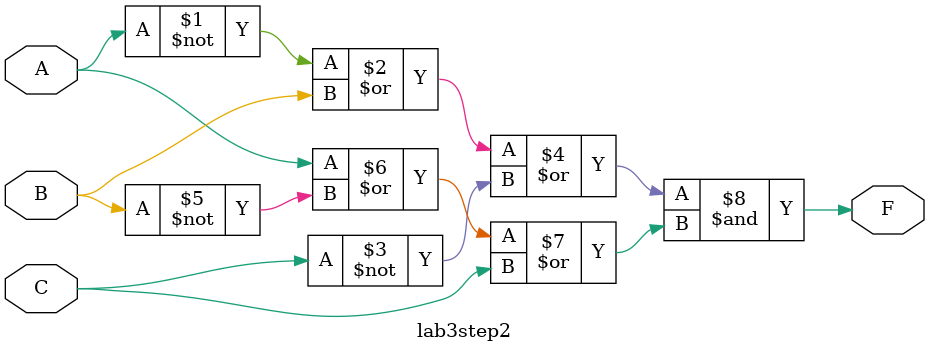
<source format=v>
module lab3step2 (F, A, B, C);

input A, B, C;

output F; 


assign F=((~A|B|~C)&(A|~B|C)); 

endmodule
</source>
